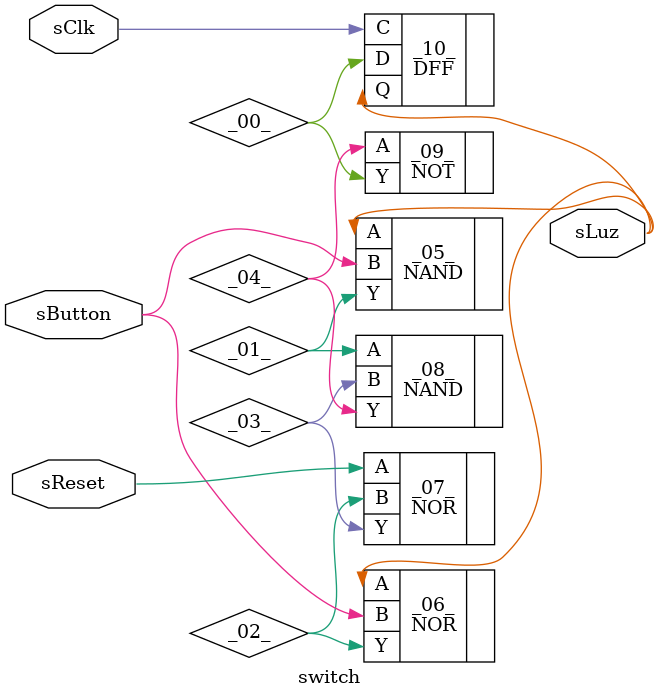
<source format=v>
/* Generated by Yosys 0.7+655 (git sha1 d36d1193, gcc 8.1.1 -march=x86-64 -mtune=generic -O2 -fstack-protector-strong -fno-plt -fPIC -Os) */

(* top =  1  *)
(* src = "switch.v:1" *)
module switch(sLuz, sButton, sReset, sClk);
  (* src = "switch.v:7" *)
  wire _00_;
  wire _01_;
  wire _02_;
  wire _03_;
  wire _04_;
  (* src = "switch.v:3" *)
  input sButton;
  (* src = "switch.v:5" *)
  input sClk;
  (* src = "switch.v:2" *)
  output sLuz;
  (* src = "switch.v:4" *)
  input sReset;
  NAND _05_ (
    .A(sLuz),
    .B(sButton),
    .Y(_01_)
  );
  NOR _06_ (
    .A(sLuz),
    .B(sButton),
    .Y(_02_)
  );
  NOR _07_ (
    .A(sReset),
    .B(_02_),
    .Y(_03_)
  );
  NAND _08_ (
    .A(_01_),
    .B(_03_),
    .Y(_04_)
  );
  NOT _09_ (
    .A(_04_),
    .Y(_00_)
  );
  (* src = "switch.v:7" *)
  DFF _10_ (
    .C(sClk),
    .D(_00_),
    .Q(sLuz)
  );
endmodule

</source>
